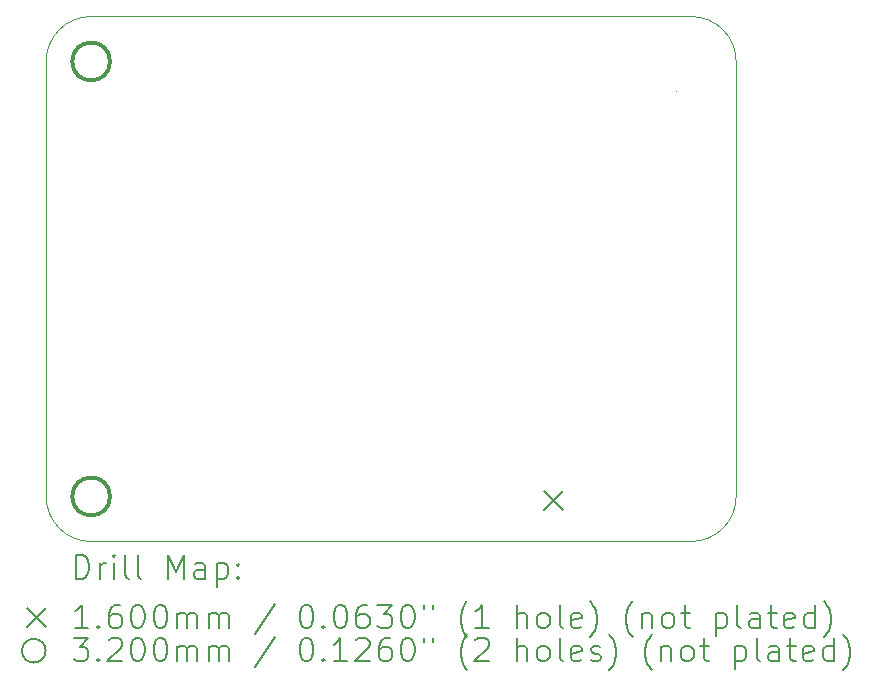
<source format=gbr>
%FSLAX45Y45*%
G04 Gerber Fmt 4.5, Leading zero omitted, Abs format (unit mm)*
G04 Created by KiCad (PCBNEW (6.0.1)) date 2022-02-11 20:30:37*
%MOMM*%
%LPD*%
G01*
G04 APERTURE LIST*
%TA.AperFunction,Profile*%
%ADD10C,0.100000*%
%TD*%
%ADD11C,0.200000*%
%ADD12C,0.160000*%
%ADD13C,0.320000*%
G04 APERTURE END LIST*
D10*
X13081000Y-5015500D02*
G75*
G03*
X13081000Y-5015500I0J0D01*
G01*
X7747000Y-8444500D02*
G75*
G03*
X8128000Y-8825500I381000J0D01*
G01*
X13589000Y-4761500D02*
G75*
G03*
X13208000Y-4380500I-381000J0D01*
G01*
X8128000Y-4380500D02*
G75*
G03*
X7747000Y-4761500I0J-381000D01*
G01*
X7747000Y-4761500D02*
X7747000Y-8444500D01*
X13589000Y-8444500D02*
X13589000Y-4761500D01*
X8128000Y-8825500D02*
X13208000Y-8825500D01*
X13208000Y-4380500D02*
X8128000Y-4380500D01*
X13208000Y-8825500D02*
G75*
G03*
X13589000Y-8444500I0J381000D01*
G01*
D11*
D12*
X11959600Y-8398000D02*
X12119600Y-8558000D01*
X12119600Y-8398000D02*
X11959600Y-8558000D01*
D13*
X8288000Y-4761500D02*
G75*
G03*
X8288000Y-4761500I-160000J0D01*
G01*
X8288000Y-8444500D02*
G75*
G03*
X8288000Y-8444500I-160000J0D01*
G01*
D11*
X7999619Y-9140976D02*
X7999619Y-8940976D01*
X8047238Y-8940976D01*
X8075809Y-8950500D01*
X8094857Y-8969548D01*
X8104381Y-8988595D01*
X8113905Y-9026690D01*
X8113905Y-9055262D01*
X8104381Y-9093357D01*
X8094857Y-9112405D01*
X8075809Y-9131452D01*
X8047238Y-9140976D01*
X7999619Y-9140976D01*
X8199619Y-9140976D02*
X8199619Y-9007643D01*
X8199619Y-9045738D02*
X8209143Y-9026690D01*
X8218667Y-9017167D01*
X8237714Y-9007643D01*
X8256762Y-9007643D01*
X8323428Y-9140976D02*
X8323428Y-9007643D01*
X8323428Y-8940976D02*
X8313905Y-8950500D01*
X8323428Y-8960024D01*
X8332952Y-8950500D01*
X8323428Y-8940976D01*
X8323428Y-8960024D01*
X8447238Y-9140976D02*
X8428190Y-9131452D01*
X8418667Y-9112405D01*
X8418667Y-8940976D01*
X8552000Y-9140976D02*
X8532952Y-9131452D01*
X8523429Y-9112405D01*
X8523429Y-8940976D01*
X8780571Y-9140976D02*
X8780571Y-8940976D01*
X8847238Y-9083833D01*
X8913905Y-8940976D01*
X8913905Y-9140976D01*
X9094857Y-9140976D02*
X9094857Y-9036214D01*
X9085333Y-9017167D01*
X9066286Y-9007643D01*
X9028190Y-9007643D01*
X9009143Y-9017167D01*
X9094857Y-9131452D02*
X9075810Y-9140976D01*
X9028190Y-9140976D01*
X9009143Y-9131452D01*
X8999619Y-9112405D01*
X8999619Y-9093357D01*
X9009143Y-9074310D01*
X9028190Y-9064786D01*
X9075810Y-9064786D01*
X9094857Y-9055262D01*
X9190095Y-9007643D02*
X9190095Y-9207643D01*
X9190095Y-9017167D02*
X9209143Y-9007643D01*
X9247238Y-9007643D01*
X9266286Y-9017167D01*
X9275810Y-9026690D01*
X9285333Y-9045738D01*
X9285333Y-9102881D01*
X9275810Y-9121929D01*
X9266286Y-9131452D01*
X9247238Y-9140976D01*
X9209143Y-9140976D01*
X9190095Y-9131452D01*
X9371048Y-9121929D02*
X9380571Y-9131452D01*
X9371048Y-9140976D01*
X9361524Y-9131452D01*
X9371048Y-9121929D01*
X9371048Y-9140976D01*
X9371048Y-9017167D02*
X9380571Y-9026690D01*
X9371048Y-9036214D01*
X9361524Y-9026690D01*
X9371048Y-9017167D01*
X9371048Y-9036214D01*
D12*
X7582000Y-9390500D02*
X7742000Y-9550500D01*
X7742000Y-9390500D02*
X7582000Y-9550500D01*
D11*
X8104381Y-9560976D02*
X7990095Y-9560976D01*
X8047238Y-9560976D02*
X8047238Y-9360976D01*
X8028190Y-9389548D01*
X8009143Y-9408595D01*
X7990095Y-9418119D01*
X8190095Y-9541929D02*
X8199619Y-9551452D01*
X8190095Y-9560976D01*
X8180571Y-9551452D01*
X8190095Y-9541929D01*
X8190095Y-9560976D01*
X8371048Y-9360976D02*
X8332952Y-9360976D01*
X8313905Y-9370500D01*
X8304381Y-9380024D01*
X8285333Y-9408595D01*
X8275809Y-9446690D01*
X8275809Y-9522881D01*
X8285333Y-9541929D01*
X8294857Y-9551452D01*
X8313905Y-9560976D01*
X8352000Y-9560976D01*
X8371048Y-9551452D01*
X8380571Y-9541929D01*
X8390095Y-9522881D01*
X8390095Y-9475262D01*
X8380571Y-9456214D01*
X8371048Y-9446690D01*
X8352000Y-9437167D01*
X8313905Y-9437167D01*
X8294857Y-9446690D01*
X8285333Y-9456214D01*
X8275809Y-9475262D01*
X8513905Y-9360976D02*
X8532952Y-9360976D01*
X8552000Y-9370500D01*
X8561524Y-9380024D01*
X8571048Y-9399071D01*
X8580571Y-9437167D01*
X8580571Y-9484786D01*
X8571048Y-9522881D01*
X8561524Y-9541929D01*
X8552000Y-9551452D01*
X8532952Y-9560976D01*
X8513905Y-9560976D01*
X8494857Y-9551452D01*
X8485333Y-9541929D01*
X8475810Y-9522881D01*
X8466286Y-9484786D01*
X8466286Y-9437167D01*
X8475810Y-9399071D01*
X8485333Y-9380024D01*
X8494857Y-9370500D01*
X8513905Y-9360976D01*
X8704381Y-9360976D02*
X8723429Y-9360976D01*
X8742476Y-9370500D01*
X8752000Y-9380024D01*
X8761524Y-9399071D01*
X8771048Y-9437167D01*
X8771048Y-9484786D01*
X8761524Y-9522881D01*
X8752000Y-9541929D01*
X8742476Y-9551452D01*
X8723429Y-9560976D01*
X8704381Y-9560976D01*
X8685333Y-9551452D01*
X8675810Y-9541929D01*
X8666286Y-9522881D01*
X8656762Y-9484786D01*
X8656762Y-9437167D01*
X8666286Y-9399071D01*
X8675810Y-9380024D01*
X8685333Y-9370500D01*
X8704381Y-9360976D01*
X8856762Y-9560976D02*
X8856762Y-9427643D01*
X8856762Y-9446690D02*
X8866286Y-9437167D01*
X8885333Y-9427643D01*
X8913905Y-9427643D01*
X8932952Y-9437167D01*
X8942476Y-9456214D01*
X8942476Y-9560976D01*
X8942476Y-9456214D02*
X8952000Y-9437167D01*
X8971048Y-9427643D01*
X8999619Y-9427643D01*
X9018667Y-9437167D01*
X9028190Y-9456214D01*
X9028190Y-9560976D01*
X9123429Y-9560976D02*
X9123429Y-9427643D01*
X9123429Y-9446690D02*
X9132952Y-9437167D01*
X9152000Y-9427643D01*
X9180571Y-9427643D01*
X9199619Y-9437167D01*
X9209143Y-9456214D01*
X9209143Y-9560976D01*
X9209143Y-9456214D02*
X9218667Y-9437167D01*
X9237714Y-9427643D01*
X9266286Y-9427643D01*
X9285333Y-9437167D01*
X9294857Y-9456214D01*
X9294857Y-9560976D01*
X9685333Y-9351452D02*
X9513905Y-9608595D01*
X9942476Y-9360976D02*
X9961524Y-9360976D01*
X9980571Y-9370500D01*
X9990095Y-9380024D01*
X9999619Y-9399071D01*
X10009143Y-9437167D01*
X10009143Y-9484786D01*
X9999619Y-9522881D01*
X9990095Y-9541929D01*
X9980571Y-9551452D01*
X9961524Y-9560976D01*
X9942476Y-9560976D01*
X9923429Y-9551452D01*
X9913905Y-9541929D01*
X9904381Y-9522881D01*
X9894857Y-9484786D01*
X9894857Y-9437167D01*
X9904381Y-9399071D01*
X9913905Y-9380024D01*
X9923429Y-9370500D01*
X9942476Y-9360976D01*
X10094857Y-9541929D02*
X10104381Y-9551452D01*
X10094857Y-9560976D01*
X10085333Y-9551452D01*
X10094857Y-9541929D01*
X10094857Y-9560976D01*
X10228190Y-9360976D02*
X10247238Y-9360976D01*
X10266286Y-9370500D01*
X10275810Y-9380024D01*
X10285333Y-9399071D01*
X10294857Y-9437167D01*
X10294857Y-9484786D01*
X10285333Y-9522881D01*
X10275810Y-9541929D01*
X10266286Y-9551452D01*
X10247238Y-9560976D01*
X10228190Y-9560976D01*
X10209143Y-9551452D01*
X10199619Y-9541929D01*
X10190095Y-9522881D01*
X10180571Y-9484786D01*
X10180571Y-9437167D01*
X10190095Y-9399071D01*
X10199619Y-9380024D01*
X10209143Y-9370500D01*
X10228190Y-9360976D01*
X10466286Y-9360976D02*
X10428190Y-9360976D01*
X10409143Y-9370500D01*
X10399619Y-9380024D01*
X10380571Y-9408595D01*
X10371048Y-9446690D01*
X10371048Y-9522881D01*
X10380571Y-9541929D01*
X10390095Y-9551452D01*
X10409143Y-9560976D01*
X10447238Y-9560976D01*
X10466286Y-9551452D01*
X10475810Y-9541929D01*
X10485333Y-9522881D01*
X10485333Y-9475262D01*
X10475810Y-9456214D01*
X10466286Y-9446690D01*
X10447238Y-9437167D01*
X10409143Y-9437167D01*
X10390095Y-9446690D01*
X10380571Y-9456214D01*
X10371048Y-9475262D01*
X10552000Y-9360976D02*
X10675810Y-9360976D01*
X10609143Y-9437167D01*
X10637714Y-9437167D01*
X10656762Y-9446690D01*
X10666286Y-9456214D01*
X10675810Y-9475262D01*
X10675810Y-9522881D01*
X10666286Y-9541929D01*
X10656762Y-9551452D01*
X10637714Y-9560976D01*
X10580571Y-9560976D01*
X10561524Y-9551452D01*
X10552000Y-9541929D01*
X10799619Y-9360976D02*
X10818667Y-9360976D01*
X10837714Y-9370500D01*
X10847238Y-9380024D01*
X10856762Y-9399071D01*
X10866286Y-9437167D01*
X10866286Y-9484786D01*
X10856762Y-9522881D01*
X10847238Y-9541929D01*
X10837714Y-9551452D01*
X10818667Y-9560976D01*
X10799619Y-9560976D01*
X10780571Y-9551452D01*
X10771048Y-9541929D01*
X10761524Y-9522881D01*
X10752000Y-9484786D01*
X10752000Y-9437167D01*
X10761524Y-9399071D01*
X10771048Y-9380024D01*
X10780571Y-9370500D01*
X10799619Y-9360976D01*
X10942476Y-9360976D02*
X10942476Y-9399071D01*
X11018667Y-9360976D02*
X11018667Y-9399071D01*
X11313905Y-9637167D02*
X11304381Y-9627643D01*
X11285333Y-9599071D01*
X11275809Y-9580024D01*
X11266286Y-9551452D01*
X11256762Y-9503833D01*
X11256762Y-9465738D01*
X11266286Y-9418119D01*
X11275809Y-9389548D01*
X11285333Y-9370500D01*
X11304381Y-9341929D01*
X11313905Y-9332405D01*
X11494857Y-9560976D02*
X11380571Y-9560976D01*
X11437714Y-9560976D02*
X11437714Y-9360976D01*
X11418667Y-9389548D01*
X11399619Y-9408595D01*
X11380571Y-9418119D01*
X11732952Y-9560976D02*
X11732952Y-9360976D01*
X11818667Y-9560976D02*
X11818667Y-9456214D01*
X11809143Y-9437167D01*
X11790095Y-9427643D01*
X11761524Y-9427643D01*
X11742476Y-9437167D01*
X11732952Y-9446690D01*
X11942476Y-9560976D02*
X11923428Y-9551452D01*
X11913905Y-9541929D01*
X11904381Y-9522881D01*
X11904381Y-9465738D01*
X11913905Y-9446690D01*
X11923428Y-9437167D01*
X11942476Y-9427643D01*
X11971048Y-9427643D01*
X11990095Y-9437167D01*
X11999619Y-9446690D01*
X12009143Y-9465738D01*
X12009143Y-9522881D01*
X11999619Y-9541929D01*
X11990095Y-9551452D01*
X11971048Y-9560976D01*
X11942476Y-9560976D01*
X12123428Y-9560976D02*
X12104381Y-9551452D01*
X12094857Y-9532405D01*
X12094857Y-9360976D01*
X12275809Y-9551452D02*
X12256762Y-9560976D01*
X12218667Y-9560976D01*
X12199619Y-9551452D01*
X12190095Y-9532405D01*
X12190095Y-9456214D01*
X12199619Y-9437167D01*
X12218667Y-9427643D01*
X12256762Y-9427643D01*
X12275809Y-9437167D01*
X12285333Y-9456214D01*
X12285333Y-9475262D01*
X12190095Y-9494310D01*
X12352000Y-9637167D02*
X12361524Y-9627643D01*
X12380571Y-9599071D01*
X12390095Y-9580024D01*
X12399619Y-9551452D01*
X12409143Y-9503833D01*
X12409143Y-9465738D01*
X12399619Y-9418119D01*
X12390095Y-9389548D01*
X12380571Y-9370500D01*
X12361524Y-9341929D01*
X12352000Y-9332405D01*
X12713905Y-9637167D02*
X12704381Y-9627643D01*
X12685333Y-9599071D01*
X12675809Y-9580024D01*
X12666286Y-9551452D01*
X12656762Y-9503833D01*
X12656762Y-9465738D01*
X12666286Y-9418119D01*
X12675809Y-9389548D01*
X12685333Y-9370500D01*
X12704381Y-9341929D01*
X12713905Y-9332405D01*
X12790095Y-9427643D02*
X12790095Y-9560976D01*
X12790095Y-9446690D02*
X12799619Y-9437167D01*
X12818667Y-9427643D01*
X12847238Y-9427643D01*
X12866286Y-9437167D01*
X12875809Y-9456214D01*
X12875809Y-9560976D01*
X12999619Y-9560976D02*
X12980571Y-9551452D01*
X12971048Y-9541929D01*
X12961524Y-9522881D01*
X12961524Y-9465738D01*
X12971048Y-9446690D01*
X12980571Y-9437167D01*
X12999619Y-9427643D01*
X13028190Y-9427643D01*
X13047238Y-9437167D01*
X13056762Y-9446690D01*
X13066286Y-9465738D01*
X13066286Y-9522881D01*
X13056762Y-9541929D01*
X13047238Y-9551452D01*
X13028190Y-9560976D01*
X12999619Y-9560976D01*
X13123428Y-9427643D02*
X13199619Y-9427643D01*
X13152000Y-9360976D02*
X13152000Y-9532405D01*
X13161524Y-9551452D01*
X13180571Y-9560976D01*
X13199619Y-9560976D01*
X13418667Y-9427643D02*
X13418667Y-9627643D01*
X13418667Y-9437167D02*
X13437714Y-9427643D01*
X13475809Y-9427643D01*
X13494857Y-9437167D01*
X13504381Y-9446690D01*
X13513905Y-9465738D01*
X13513905Y-9522881D01*
X13504381Y-9541929D01*
X13494857Y-9551452D01*
X13475809Y-9560976D01*
X13437714Y-9560976D01*
X13418667Y-9551452D01*
X13628190Y-9560976D02*
X13609143Y-9551452D01*
X13599619Y-9532405D01*
X13599619Y-9360976D01*
X13790095Y-9560976D02*
X13790095Y-9456214D01*
X13780571Y-9437167D01*
X13761524Y-9427643D01*
X13723428Y-9427643D01*
X13704381Y-9437167D01*
X13790095Y-9551452D02*
X13771048Y-9560976D01*
X13723428Y-9560976D01*
X13704381Y-9551452D01*
X13694857Y-9532405D01*
X13694857Y-9513357D01*
X13704381Y-9494310D01*
X13723428Y-9484786D01*
X13771048Y-9484786D01*
X13790095Y-9475262D01*
X13856762Y-9427643D02*
X13932952Y-9427643D01*
X13885333Y-9360976D02*
X13885333Y-9532405D01*
X13894857Y-9551452D01*
X13913905Y-9560976D01*
X13932952Y-9560976D01*
X14075809Y-9551452D02*
X14056762Y-9560976D01*
X14018667Y-9560976D01*
X13999619Y-9551452D01*
X13990095Y-9532405D01*
X13990095Y-9456214D01*
X13999619Y-9437167D01*
X14018667Y-9427643D01*
X14056762Y-9427643D01*
X14075809Y-9437167D01*
X14085333Y-9456214D01*
X14085333Y-9475262D01*
X13990095Y-9494310D01*
X14256762Y-9560976D02*
X14256762Y-9360976D01*
X14256762Y-9551452D02*
X14237714Y-9560976D01*
X14199619Y-9560976D01*
X14180571Y-9551452D01*
X14171048Y-9541929D01*
X14161524Y-9522881D01*
X14161524Y-9465738D01*
X14171048Y-9446690D01*
X14180571Y-9437167D01*
X14199619Y-9427643D01*
X14237714Y-9427643D01*
X14256762Y-9437167D01*
X14332952Y-9637167D02*
X14342476Y-9627643D01*
X14361524Y-9599071D01*
X14371048Y-9580024D01*
X14380571Y-9551452D01*
X14390095Y-9503833D01*
X14390095Y-9465738D01*
X14380571Y-9418119D01*
X14371048Y-9389548D01*
X14361524Y-9370500D01*
X14342476Y-9341929D01*
X14332952Y-9332405D01*
X7742000Y-9750500D02*
G75*
G03*
X7742000Y-9750500I-100000J0D01*
G01*
X7980571Y-9640976D02*
X8104381Y-9640976D01*
X8037714Y-9717167D01*
X8066286Y-9717167D01*
X8085333Y-9726690D01*
X8094857Y-9736214D01*
X8104381Y-9755262D01*
X8104381Y-9802881D01*
X8094857Y-9821929D01*
X8085333Y-9831452D01*
X8066286Y-9840976D01*
X8009143Y-9840976D01*
X7990095Y-9831452D01*
X7980571Y-9821929D01*
X8190095Y-9821929D02*
X8199619Y-9831452D01*
X8190095Y-9840976D01*
X8180571Y-9831452D01*
X8190095Y-9821929D01*
X8190095Y-9840976D01*
X8275809Y-9660024D02*
X8285333Y-9650500D01*
X8304381Y-9640976D01*
X8352000Y-9640976D01*
X8371048Y-9650500D01*
X8380571Y-9660024D01*
X8390095Y-9679071D01*
X8390095Y-9698119D01*
X8380571Y-9726690D01*
X8266286Y-9840976D01*
X8390095Y-9840976D01*
X8513905Y-9640976D02*
X8532952Y-9640976D01*
X8552000Y-9650500D01*
X8561524Y-9660024D01*
X8571048Y-9679071D01*
X8580571Y-9717167D01*
X8580571Y-9764786D01*
X8571048Y-9802881D01*
X8561524Y-9821929D01*
X8552000Y-9831452D01*
X8532952Y-9840976D01*
X8513905Y-9840976D01*
X8494857Y-9831452D01*
X8485333Y-9821929D01*
X8475810Y-9802881D01*
X8466286Y-9764786D01*
X8466286Y-9717167D01*
X8475810Y-9679071D01*
X8485333Y-9660024D01*
X8494857Y-9650500D01*
X8513905Y-9640976D01*
X8704381Y-9640976D02*
X8723429Y-9640976D01*
X8742476Y-9650500D01*
X8752000Y-9660024D01*
X8761524Y-9679071D01*
X8771048Y-9717167D01*
X8771048Y-9764786D01*
X8761524Y-9802881D01*
X8752000Y-9821929D01*
X8742476Y-9831452D01*
X8723429Y-9840976D01*
X8704381Y-9840976D01*
X8685333Y-9831452D01*
X8675810Y-9821929D01*
X8666286Y-9802881D01*
X8656762Y-9764786D01*
X8656762Y-9717167D01*
X8666286Y-9679071D01*
X8675810Y-9660024D01*
X8685333Y-9650500D01*
X8704381Y-9640976D01*
X8856762Y-9840976D02*
X8856762Y-9707643D01*
X8856762Y-9726690D02*
X8866286Y-9717167D01*
X8885333Y-9707643D01*
X8913905Y-9707643D01*
X8932952Y-9717167D01*
X8942476Y-9736214D01*
X8942476Y-9840976D01*
X8942476Y-9736214D02*
X8952000Y-9717167D01*
X8971048Y-9707643D01*
X8999619Y-9707643D01*
X9018667Y-9717167D01*
X9028190Y-9736214D01*
X9028190Y-9840976D01*
X9123429Y-9840976D02*
X9123429Y-9707643D01*
X9123429Y-9726690D02*
X9132952Y-9717167D01*
X9152000Y-9707643D01*
X9180571Y-9707643D01*
X9199619Y-9717167D01*
X9209143Y-9736214D01*
X9209143Y-9840976D01*
X9209143Y-9736214D02*
X9218667Y-9717167D01*
X9237714Y-9707643D01*
X9266286Y-9707643D01*
X9285333Y-9717167D01*
X9294857Y-9736214D01*
X9294857Y-9840976D01*
X9685333Y-9631452D02*
X9513905Y-9888595D01*
X9942476Y-9640976D02*
X9961524Y-9640976D01*
X9980571Y-9650500D01*
X9990095Y-9660024D01*
X9999619Y-9679071D01*
X10009143Y-9717167D01*
X10009143Y-9764786D01*
X9999619Y-9802881D01*
X9990095Y-9821929D01*
X9980571Y-9831452D01*
X9961524Y-9840976D01*
X9942476Y-9840976D01*
X9923429Y-9831452D01*
X9913905Y-9821929D01*
X9904381Y-9802881D01*
X9894857Y-9764786D01*
X9894857Y-9717167D01*
X9904381Y-9679071D01*
X9913905Y-9660024D01*
X9923429Y-9650500D01*
X9942476Y-9640976D01*
X10094857Y-9821929D02*
X10104381Y-9831452D01*
X10094857Y-9840976D01*
X10085333Y-9831452D01*
X10094857Y-9821929D01*
X10094857Y-9840976D01*
X10294857Y-9840976D02*
X10180571Y-9840976D01*
X10237714Y-9840976D02*
X10237714Y-9640976D01*
X10218667Y-9669548D01*
X10199619Y-9688595D01*
X10180571Y-9698119D01*
X10371048Y-9660024D02*
X10380571Y-9650500D01*
X10399619Y-9640976D01*
X10447238Y-9640976D01*
X10466286Y-9650500D01*
X10475810Y-9660024D01*
X10485333Y-9679071D01*
X10485333Y-9698119D01*
X10475810Y-9726690D01*
X10361524Y-9840976D01*
X10485333Y-9840976D01*
X10656762Y-9640976D02*
X10618667Y-9640976D01*
X10599619Y-9650500D01*
X10590095Y-9660024D01*
X10571048Y-9688595D01*
X10561524Y-9726690D01*
X10561524Y-9802881D01*
X10571048Y-9821929D01*
X10580571Y-9831452D01*
X10599619Y-9840976D01*
X10637714Y-9840976D01*
X10656762Y-9831452D01*
X10666286Y-9821929D01*
X10675810Y-9802881D01*
X10675810Y-9755262D01*
X10666286Y-9736214D01*
X10656762Y-9726690D01*
X10637714Y-9717167D01*
X10599619Y-9717167D01*
X10580571Y-9726690D01*
X10571048Y-9736214D01*
X10561524Y-9755262D01*
X10799619Y-9640976D02*
X10818667Y-9640976D01*
X10837714Y-9650500D01*
X10847238Y-9660024D01*
X10856762Y-9679071D01*
X10866286Y-9717167D01*
X10866286Y-9764786D01*
X10856762Y-9802881D01*
X10847238Y-9821929D01*
X10837714Y-9831452D01*
X10818667Y-9840976D01*
X10799619Y-9840976D01*
X10780571Y-9831452D01*
X10771048Y-9821929D01*
X10761524Y-9802881D01*
X10752000Y-9764786D01*
X10752000Y-9717167D01*
X10761524Y-9679071D01*
X10771048Y-9660024D01*
X10780571Y-9650500D01*
X10799619Y-9640976D01*
X10942476Y-9640976D02*
X10942476Y-9679071D01*
X11018667Y-9640976D02*
X11018667Y-9679071D01*
X11313905Y-9917167D02*
X11304381Y-9907643D01*
X11285333Y-9879071D01*
X11275809Y-9860024D01*
X11266286Y-9831452D01*
X11256762Y-9783833D01*
X11256762Y-9745738D01*
X11266286Y-9698119D01*
X11275809Y-9669548D01*
X11285333Y-9650500D01*
X11304381Y-9621929D01*
X11313905Y-9612405D01*
X11380571Y-9660024D02*
X11390095Y-9650500D01*
X11409143Y-9640976D01*
X11456762Y-9640976D01*
X11475809Y-9650500D01*
X11485333Y-9660024D01*
X11494857Y-9679071D01*
X11494857Y-9698119D01*
X11485333Y-9726690D01*
X11371048Y-9840976D01*
X11494857Y-9840976D01*
X11732952Y-9840976D02*
X11732952Y-9640976D01*
X11818667Y-9840976D02*
X11818667Y-9736214D01*
X11809143Y-9717167D01*
X11790095Y-9707643D01*
X11761524Y-9707643D01*
X11742476Y-9717167D01*
X11732952Y-9726690D01*
X11942476Y-9840976D02*
X11923428Y-9831452D01*
X11913905Y-9821929D01*
X11904381Y-9802881D01*
X11904381Y-9745738D01*
X11913905Y-9726690D01*
X11923428Y-9717167D01*
X11942476Y-9707643D01*
X11971048Y-9707643D01*
X11990095Y-9717167D01*
X11999619Y-9726690D01*
X12009143Y-9745738D01*
X12009143Y-9802881D01*
X11999619Y-9821929D01*
X11990095Y-9831452D01*
X11971048Y-9840976D01*
X11942476Y-9840976D01*
X12123428Y-9840976D02*
X12104381Y-9831452D01*
X12094857Y-9812405D01*
X12094857Y-9640976D01*
X12275809Y-9831452D02*
X12256762Y-9840976D01*
X12218667Y-9840976D01*
X12199619Y-9831452D01*
X12190095Y-9812405D01*
X12190095Y-9736214D01*
X12199619Y-9717167D01*
X12218667Y-9707643D01*
X12256762Y-9707643D01*
X12275809Y-9717167D01*
X12285333Y-9736214D01*
X12285333Y-9755262D01*
X12190095Y-9774310D01*
X12361524Y-9831452D02*
X12380571Y-9840976D01*
X12418667Y-9840976D01*
X12437714Y-9831452D01*
X12447238Y-9812405D01*
X12447238Y-9802881D01*
X12437714Y-9783833D01*
X12418667Y-9774310D01*
X12390095Y-9774310D01*
X12371048Y-9764786D01*
X12361524Y-9745738D01*
X12361524Y-9736214D01*
X12371048Y-9717167D01*
X12390095Y-9707643D01*
X12418667Y-9707643D01*
X12437714Y-9717167D01*
X12513905Y-9917167D02*
X12523428Y-9907643D01*
X12542476Y-9879071D01*
X12552000Y-9860024D01*
X12561524Y-9831452D01*
X12571048Y-9783833D01*
X12571048Y-9745738D01*
X12561524Y-9698119D01*
X12552000Y-9669548D01*
X12542476Y-9650500D01*
X12523428Y-9621929D01*
X12513905Y-9612405D01*
X12875809Y-9917167D02*
X12866286Y-9907643D01*
X12847238Y-9879071D01*
X12837714Y-9860024D01*
X12828190Y-9831452D01*
X12818667Y-9783833D01*
X12818667Y-9745738D01*
X12828190Y-9698119D01*
X12837714Y-9669548D01*
X12847238Y-9650500D01*
X12866286Y-9621929D01*
X12875809Y-9612405D01*
X12952000Y-9707643D02*
X12952000Y-9840976D01*
X12952000Y-9726690D02*
X12961524Y-9717167D01*
X12980571Y-9707643D01*
X13009143Y-9707643D01*
X13028190Y-9717167D01*
X13037714Y-9736214D01*
X13037714Y-9840976D01*
X13161524Y-9840976D02*
X13142476Y-9831452D01*
X13132952Y-9821929D01*
X13123428Y-9802881D01*
X13123428Y-9745738D01*
X13132952Y-9726690D01*
X13142476Y-9717167D01*
X13161524Y-9707643D01*
X13190095Y-9707643D01*
X13209143Y-9717167D01*
X13218667Y-9726690D01*
X13228190Y-9745738D01*
X13228190Y-9802881D01*
X13218667Y-9821929D01*
X13209143Y-9831452D01*
X13190095Y-9840976D01*
X13161524Y-9840976D01*
X13285333Y-9707643D02*
X13361524Y-9707643D01*
X13313905Y-9640976D02*
X13313905Y-9812405D01*
X13323428Y-9831452D01*
X13342476Y-9840976D01*
X13361524Y-9840976D01*
X13580571Y-9707643D02*
X13580571Y-9907643D01*
X13580571Y-9717167D02*
X13599619Y-9707643D01*
X13637714Y-9707643D01*
X13656762Y-9717167D01*
X13666286Y-9726690D01*
X13675809Y-9745738D01*
X13675809Y-9802881D01*
X13666286Y-9821929D01*
X13656762Y-9831452D01*
X13637714Y-9840976D01*
X13599619Y-9840976D01*
X13580571Y-9831452D01*
X13790095Y-9840976D02*
X13771048Y-9831452D01*
X13761524Y-9812405D01*
X13761524Y-9640976D01*
X13952000Y-9840976D02*
X13952000Y-9736214D01*
X13942476Y-9717167D01*
X13923428Y-9707643D01*
X13885333Y-9707643D01*
X13866286Y-9717167D01*
X13952000Y-9831452D02*
X13932952Y-9840976D01*
X13885333Y-9840976D01*
X13866286Y-9831452D01*
X13856762Y-9812405D01*
X13856762Y-9793357D01*
X13866286Y-9774310D01*
X13885333Y-9764786D01*
X13932952Y-9764786D01*
X13952000Y-9755262D01*
X14018667Y-9707643D02*
X14094857Y-9707643D01*
X14047238Y-9640976D02*
X14047238Y-9812405D01*
X14056762Y-9831452D01*
X14075809Y-9840976D01*
X14094857Y-9840976D01*
X14237714Y-9831452D02*
X14218667Y-9840976D01*
X14180571Y-9840976D01*
X14161524Y-9831452D01*
X14152000Y-9812405D01*
X14152000Y-9736214D01*
X14161524Y-9717167D01*
X14180571Y-9707643D01*
X14218667Y-9707643D01*
X14237714Y-9717167D01*
X14247238Y-9736214D01*
X14247238Y-9755262D01*
X14152000Y-9774310D01*
X14418667Y-9840976D02*
X14418667Y-9640976D01*
X14418667Y-9831452D02*
X14399619Y-9840976D01*
X14361524Y-9840976D01*
X14342476Y-9831452D01*
X14332952Y-9821929D01*
X14323428Y-9802881D01*
X14323428Y-9745738D01*
X14332952Y-9726690D01*
X14342476Y-9717167D01*
X14361524Y-9707643D01*
X14399619Y-9707643D01*
X14418667Y-9717167D01*
X14494857Y-9917167D02*
X14504381Y-9907643D01*
X14523428Y-9879071D01*
X14532952Y-9860024D01*
X14542476Y-9831452D01*
X14552000Y-9783833D01*
X14552000Y-9745738D01*
X14542476Y-9698119D01*
X14532952Y-9669548D01*
X14523428Y-9650500D01*
X14504381Y-9621929D01*
X14494857Y-9612405D01*
M02*

</source>
